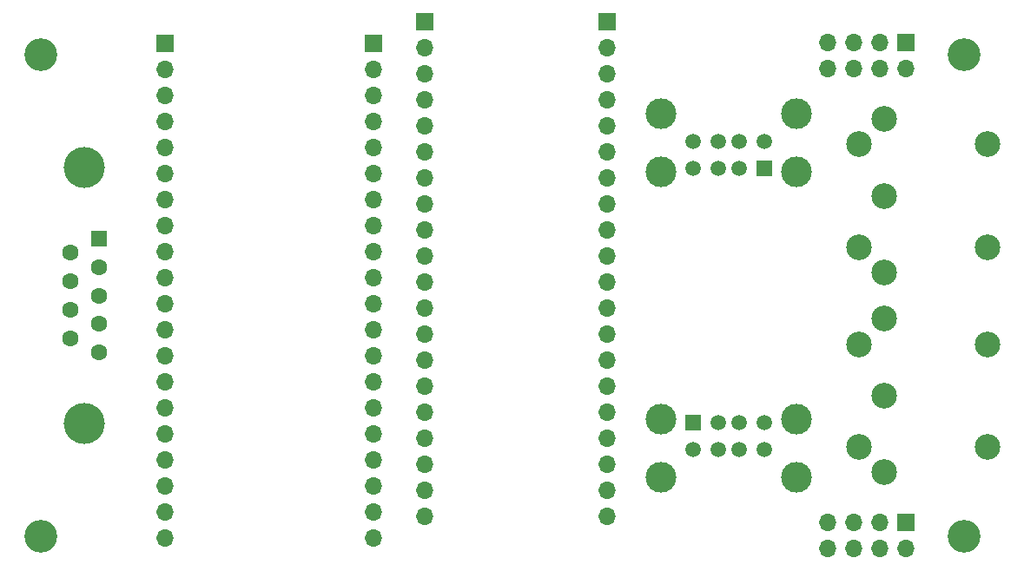
<source format=gbs>
G04 #@! TF.GenerationSoftware,KiCad,Pcbnew,8.0.4+dfsg-1*
G04 #@! TF.CreationDate,2025-03-28T09:18:01+01:00*
G04 #@! TF.ProjectId,MiSTeryShield20kRPiPicoUSB,4d695354-6572-4795-9368-69656c643230,V2*
G04 #@! TF.SameCoordinates,Original*
G04 #@! TF.FileFunction,Soldermask,Bot*
G04 #@! TF.FilePolarity,Negative*
%FSLAX46Y46*%
G04 Gerber Fmt 4.6, Leading zero omitted, Abs format (unit mm)*
G04 Created by KiCad (PCBNEW 8.0.4+dfsg-1) date 2025-03-28 09:18:01*
%MOMM*%
%LPD*%
G01*
G04 APERTURE LIST*
%ADD10R,1.700000X1.700000*%
%ADD11O,1.700000X1.700000*%
%ADD12C,3.200000*%
%ADD13C,4.000000*%
%ADD14R,1.600000X1.600000*%
%ADD15C,1.600000*%
%ADD16C,2.500000*%
%ADD17R,1.500000X1.500000*%
%ADD18C,1.500000*%
%ADD19C,3.000000*%
G04 APERTURE END LIST*
D10*
X132122000Y-40390000D03*
D11*
X132122000Y-42930000D03*
X132122000Y-45470000D03*
X132122000Y-48010000D03*
X132122000Y-50550000D03*
X132122000Y-53090000D03*
X132122000Y-55630000D03*
X132122000Y-58170000D03*
X132122000Y-60710000D03*
X132122000Y-63250000D03*
X132122000Y-65790000D03*
X132122000Y-68330000D03*
X132122000Y-70870000D03*
X132122000Y-73410000D03*
X132122000Y-75950000D03*
X132122000Y-78490000D03*
X132122000Y-81030000D03*
X132122000Y-83570000D03*
X132122000Y-86110000D03*
X132122000Y-88650000D03*
D10*
X161232000Y-42400000D03*
D11*
X161232000Y-44940000D03*
X158692000Y-42400000D03*
X158692000Y-44940000D03*
X156152000Y-42400000D03*
X156152000Y-44940000D03*
X153612000Y-42400000D03*
X153612000Y-44940000D03*
D12*
X166892000Y-90600000D03*
D13*
X81152331Y-54590000D03*
X81152331Y-79590000D03*
D14*
X82572331Y-61550000D03*
D15*
X82572331Y-64320000D03*
X82572331Y-67090000D03*
X82572331Y-69860000D03*
X82572331Y-72630000D03*
X79732331Y-62935000D03*
X79732331Y-65705000D03*
X79732331Y-68475000D03*
X79732331Y-71245000D03*
D10*
X161212000Y-89250000D03*
D11*
X161212000Y-91790000D03*
X158672000Y-89250000D03*
X158672000Y-91790000D03*
X156132000Y-89250000D03*
X156132000Y-91790000D03*
X153592000Y-89250000D03*
X153592000Y-91790000D03*
D12*
X166892000Y-43600000D03*
D10*
X89022000Y-42450000D03*
D11*
X89022000Y-44990000D03*
X89022000Y-47530000D03*
X89022000Y-50070000D03*
X89022000Y-52610000D03*
X89022000Y-55150000D03*
X89022000Y-57690000D03*
X89022000Y-60230000D03*
X89022000Y-62770000D03*
X89022000Y-65310000D03*
X89022000Y-67850000D03*
X89022000Y-70390000D03*
X89022000Y-72930000D03*
X89022000Y-75470000D03*
X89022000Y-78010000D03*
X89022000Y-80550000D03*
X89022000Y-83090000D03*
X89022000Y-85630000D03*
X89022000Y-88170000D03*
X89022000Y-90710000D03*
D16*
X159142000Y-69350000D03*
X159142000Y-76850000D03*
X159142000Y-84350000D03*
X156642000Y-71850000D03*
X156642000Y-81850000D03*
X169142000Y-81850000D03*
X169142000Y-71850000D03*
D10*
X114341000Y-40400000D03*
D11*
X114341000Y-42940000D03*
X114341000Y-45480000D03*
X114341000Y-48020000D03*
X114341000Y-50560000D03*
X114341000Y-53100000D03*
X114341000Y-55640000D03*
X114341000Y-58180000D03*
X114341000Y-60720000D03*
X114341000Y-63260000D03*
X114341000Y-65800000D03*
X114341000Y-68340000D03*
X114341000Y-70880000D03*
X114341000Y-73420000D03*
X114341000Y-75960000D03*
X114341000Y-78500000D03*
X114341000Y-81040000D03*
X114341000Y-83580000D03*
X114341000Y-86120000D03*
X114341000Y-88660000D03*
D10*
X109342000Y-42450000D03*
D11*
X109342000Y-44990000D03*
X109342000Y-47530000D03*
X109342000Y-50070000D03*
X109342000Y-52610000D03*
X109342000Y-55150000D03*
X109342000Y-57690000D03*
X109342000Y-60230000D03*
X109342000Y-62770000D03*
X109342000Y-65310000D03*
X109342000Y-67850000D03*
X109342000Y-70390000D03*
X109342000Y-72930000D03*
X109342000Y-75470000D03*
X109342000Y-78010000D03*
X109342000Y-80550000D03*
X109342000Y-83090000D03*
X109342000Y-85630000D03*
X109342000Y-88170000D03*
X109342000Y-90710000D03*
D16*
X159142000Y-49850000D03*
X159142000Y-57350000D03*
X159142000Y-64850000D03*
X156642000Y-52350000D03*
X156642000Y-62350000D03*
X169142000Y-62350000D03*
X169142000Y-52350000D03*
D17*
X147442000Y-54680000D03*
D18*
X144942000Y-54680000D03*
X142942000Y-54680000D03*
X140442000Y-54680000D03*
X147442000Y-52060000D03*
X144942000Y-52060000D03*
X142942000Y-52060000D03*
X140442000Y-52060000D03*
D19*
X150512000Y-55030000D03*
X150512000Y-49350000D03*
X137372000Y-55030000D03*
X137372000Y-49350000D03*
D12*
X76892000Y-43600000D03*
X76892000Y-90600000D03*
D17*
X140442000Y-79470000D03*
D18*
X142942000Y-79470000D03*
X144942000Y-79470000D03*
X147442000Y-79470000D03*
X140442000Y-82090000D03*
X142942000Y-82090000D03*
X144942000Y-82090000D03*
X147442000Y-82090000D03*
D19*
X137372000Y-79120000D03*
X137372000Y-84800000D03*
X150512000Y-79120000D03*
X150512000Y-84800000D03*
M02*

</source>
